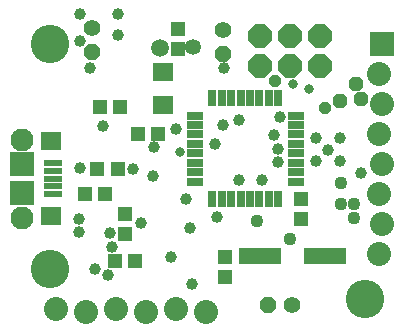
<source format=gts>
G75*
%MOIN*%
%OFA0B0*%
%FSLAX25Y25*%
%IPPOS*%
%LPD*%
%AMOC8*
5,1,8,0,0,1.08239X$1,22.5*
%
%ADD10C,0.12805*%
%ADD11R,0.02800X0.05600*%
%ADD12R,0.05600X0.02800*%
%ADD13R,0.05915X0.02175*%
%ADD14R,0.06899X0.06112*%
%ADD15R,0.08080X0.08080*%
%ADD16C,0.07687*%
%ADD17R,0.04537X0.04931*%
%ADD18R,0.04931X0.04537*%
%ADD19C,0.08000*%
%ADD20R,0.08000X0.08000*%
%ADD21R,0.14380X0.05324*%
%ADD22OC8,0.08000*%
%ADD23OC8,0.05600*%
%ADD24C,0.05600*%
%ADD25C,0.03969*%
%ADD26OC8,0.03969*%
%ADD27OC8,0.04756*%
%ADD28C,0.04362*%
%ADD29C,0.05915*%
%ADD30C,0.05324*%
%ADD31C,0.03300*%
D10*
X0021800Y0046800D03*
X0021800Y0121800D03*
X0126800Y0036800D03*
D11*
X0097824Y0069900D03*
X0094674Y0069900D03*
X0091524Y0069900D03*
X0088375Y0069900D03*
X0085225Y0069900D03*
X0082076Y0069900D03*
X0078926Y0069900D03*
X0075776Y0069900D03*
X0075776Y0103700D03*
X0078926Y0103700D03*
X0082076Y0103700D03*
X0085225Y0103700D03*
X0088375Y0103700D03*
X0091524Y0103700D03*
X0094674Y0103700D03*
X0097824Y0103700D03*
D12*
X0103700Y0097824D03*
X0103700Y0094674D03*
X0103700Y0091524D03*
X0103700Y0088375D03*
X0103700Y0085225D03*
X0103700Y0082076D03*
X0103700Y0078926D03*
X0103700Y0075776D03*
X0069900Y0075776D03*
X0069900Y0078926D03*
X0069900Y0082076D03*
X0069900Y0085225D03*
X0069900Y0088375D03*
X0069900Y0091524D03*
X0069900Y0094674D03*
X0069900Y0097824D03*
D13*
X0022831Y0081918D03*
X0022831Y0079359D03*
X0022831Y0076800D03*
X0022831Y0074241D03*
X0022831Y0071682D03*
D14*
X0021946Y0064202D03*
X0021946Y0089398D03*
X0059300Y0101288D03*
X0059300Y0112312D03*
D15*
X0012300Y0081524D03*
X0012300Y0072076D03*
D16*
X0012300Y0063808D03*
X0012300Y0089792D03*
D17*
X0046800Y0065146D03*
X0046800Y0058454D03*
X0080200Y0050646D03*
X0080200Y0043954D03*
X0105300Y0063454D03*
X0105300Y0070146D03*
X0064300Y0119854D03*
X0064300Y0126546D03*
D18*
X0045146Y0100800D03*
X0038454Y0100800D03*
X0050954Y0091800D03*
X0057646Y0091800D03*
X0044246Y0079900D03*
X0037554Y0079900D03*
X0040146Y0071800D03*
X0033454Y0071800D03*
X0043454Y0049300D03*
X0050146Y0049300D03*
D19*
X0023800Y0033300D03*
X0033800Y0032300D03*
X0043800Y0033300D03*
X0053800Y0032300D03*
X0063800Y0033300D03*
X0073800Y0032300D03*
X0131300Y0051800D03*
X0132300Y0061800D03*
X0131300Y0071800D03*
X0132300Y0081800D03*
X0131300Y0091800D03*
X0132300Y0101800D03*
X0131300Y0111800D03*
D20*
X0132300Y0121800D03*
D21*
X0113227Y0051100D03*
X0091573Y0051100D03*
D22*
X0091800Y0114300D03*
X0091800Y0124300D03*
X0101800Y0124300D03*
X0111800Y0124300D03*
X0111800Y0114300D03*
X0101800Y0114300D03*
D23*
X0079500Y0118300D03*
X0035700Y0119000D03*
X0094400Y0034600D03*
D24*
X0102400Y0034600D03*
X0079500Y0126300D03*
X0035700Y0127000D03*
D25*
X0031800Y0122800D03*
X0031800Y0131800D03*
X0044300Y0131800D03*
X0044300Y0124800D03*
X0034900Y0113700D03*
X0039300Y0094300D03*
X0031700Y0080200D03*
X0031500Y0063200D03*
X0031500Y0059100D03*
X0041800Y0058600D03*
X0042400Y0053900D03*
X0036800Y0046800D03*
X0041100Y0044700D03*
X0052100Y0062000D03*
X0062200Y0050500D03*
X0069100Y0041700D03*
X0068300Y0060300D03*
X0077500Y0063900D03*
X0067200Y0069900D03*
X0056000Y0077600D03*
X0049300Y0079900D03*
X0056300Y0087300D03*
X0063800Y0093300D03*
X0076800Y0088300D03*
X0079300Y0094800D03*
X0084800Y0096300D03*
X0096300Y0091300D03*
X0097800Y0086800D03*
X0097800Y0082300D03*
X0092300Y0076300D03*
X0084800Y0076300D03*
X0098300Y0097300D03*
X0110300Y0090300D03*
X0114300Y0086300D03*
X0110300Y0082800D03*
X0118300Y0082800D03*
X0125300Y0078800D03*
X0118300Y0090300D03*
X0079700Y0113500D03*
D26*
X0096800Y0109300D03*
X0113300Y0100300D03*
D27*
X0118300Y0102800D03*
X0123800Y0108300D03*
X0125300Y0103300D03*
D28*
X0118800Y0075300D03*
X0118800Y0068300D03*
X0123200Y0068300D03*
X0123200Y0063800D03*
X0101800Y0056800D03*
X0090800Y0062700D03*
D29*
X0058400Y0120300D03*
D30*
X0069454Y0120546D03*
D31*
X0102800Y0108400D03*
X0108200Y0106600D03*
X0065000Y0085600D03*
M02*

</source>
